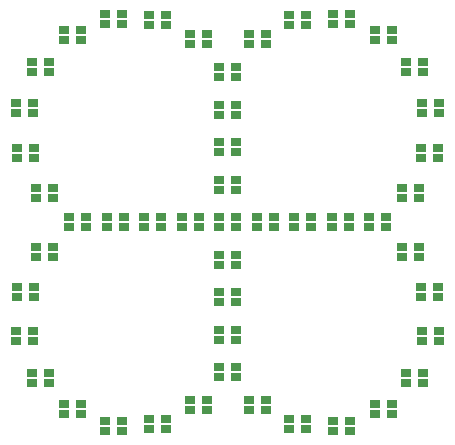
<source format=gbr>
G04 #@! TF.GenerationSoftware,KiCad,Pcbnew,5.0.2+dfsg1-1~bpo9+1*
G04 #@! TF.CreationDate,2019-04-08T01:26:03+03:00*
G04 #@! TF.ProjectId,kicad,6b696361-642e-46b6-9963-61645f706362,rev?*
G04 #@! TF.SameCoordinates,Original*
G04 #@! TF.FileFunction,Paste,Top*
G04 #@! TF.FilePolarity,Positive*
%FSLAX46Y46*%
G04 Gerber Fmt 4.6, Leading zero omitted, Abs format (unit mm)*
G04 Created by KiCad (PCBNEW 5.0.2+dfsg1-1~bpo9+1) date Mon 08 Apr 2019 01:26:03 AM MSK*
%MOMM*%
%LPD*%
G01*
G04 APERTURE LIST*
%ADD10R,0.850000X0.650000*%
G04 APERTURE END LIST*
D10*
G04 #@! TO.C,D1*
X127609000Y-102926000D03*
X127609000Y-103776000D03*
X126159000Y-103776000D03*
X126159000Y-102926000D03*
G04 #@! TD*
G04 #@! TO.C,D2*
X124434000Y-106101000D03*
X124434000Y-106951000D03*
X122984000Y-106951000D03*
X122984000Y-106101000D03*
G04 #@! TD*
G04 #@! TO.C,D3*
X121259000Y-102926000D03*
X121259000Y-103776000D03*
X119809000Y-103776000D03*
X119809000Y-102926000D03*
G04 #@! TD*
G04 #@! TO.C,D4*
X124434000Y-99751000D03*
X124434000Y-100601000D03*
X122984000Y-100601000D03*
X122984000Y-99751000D03*
G04 #@! TD*
G04 #@! TO.C,D5*
X130784000Y-102926000D03*
X130784000Y-103776000D03*
X129334000Y-103776000D03*
X129334000Y-102926000D03*
G04 #@! TD*
G04 #@! TO.C,D6*
X124434000Y-109276000D03*
X124434000Y-110126000D03*
X122984000Y-110126000D03*
X122984000Y-109276000D03*
G04 #@! TD*
G04 #@! TO.C,D7*
X118084000Y-102926000D03*
X118084000Y-103776000D03*
X116634000Y-103776000D03*
X116634000Y-102926000D03*
G04 #@! TD*
G04 #@! TO.C,D8*
X124434000Y-96576000D03*
X124434000Y-97426000D03*
X122984000Y-97426000D03*
X122984000Y-96576000D03*
G04 #@! TD*
G04 #@! TO.C,D9*
X133959000Y-102926000D03*
X133959000Y-103776000D03*
X132509000Y-103776000D03*
X132509000Y-102926000D03*
G04 #@! TD*
G04 #@! TO.C,D10*
X124434000Y-112450999D03*
X124434000Y-113300999D03*
X122984000Y-113300999D03*
X122984000Y-112450999D03*
G04 #@! TD*
G04 #@! TO.C,D11*
X114909000Y-102926000D03*
X114909000Y-103776000D03*
X113459000Y-103776000D03*
X113459000Y-102926000D03*
G04 #@! TD*
G04 #@! TO.C,D12*
X124434000Y-93401000D03*
X124434000Y-94251000D03*
X122984000Y-94251000D03*
X122984000Y-93401000D03*
G04 #@! TD*
G04 #@! TO.C,D13*
X137134000Y-102926000D03*
X137134000Y-103776000D03*
X135684000Y-103776000D03*
X135684000Y-102926000D03*
G04 #@! TD*
G04 #@! TO.C,D14*
X124434000Y-115626000D03*
X124434000Y-116476000D03*
X122984000Y-116476000D03*
X122984000Y-115626000D03*
G04 #@! TD*
G04 #@! TO.C,D15*
X111734000Y-102926000D03*
X111734000Y-103776000D03*
X110284000Y-103776000D03*
X110284000Y-102926000D03*
G04 #@! TD*
G04 #@! TO.C,D16*
X124434000Y-90226000D03*
X124434000Y-91076000D03*
X122984000Y-91076000D03*
X122984000Y-90226000D03*
G04 #@! TD*
G04 #@! TO.C,D17*
X139942852Y-105425666D03*
X139942852Y-106275666D03*
X138492852Y-106275666D03*
X138492852Y-105425666D03*
G04 #@! TD*
G04 #@! TO.C,D18*
X121934333Y-118434852D03*
X121934333Y-119284852D03*
X120484333Y-119284852D03*
X120484333Y-118434852D03*
G04 #@! TD*
G04 #@! TO.C,D19*
X108925147Y-100426333D03*
X108925147Y-101276333D03*
X107475147Y-101276333D03*
X107475147Y-100426333D03*
G04 #@! TD*
G04 #@! TO.C,D20*
X126933666Y-87417147D03*
X126933666Y-88267147D03*
X125483666Y-88267147D03*
X125483666Y-87417147D03*
G04 #@! TD*
G04 #@! TO.C,D21*
X141531919Y-108833431D03*
X141531919Y-109683431D03*
X140081919Y-109683431D03*
X140081919Y-108833431D03*
G04 #@! TD*
G04 #@! TO.C,D22*
X118526568Y-120023919D03*
X118526568Y-120873919D03*
X117076568Y-120873919D03*
X117076568Y-120023919D03*
G04 #@! TD*
G04 #@! TO.C,D23*
X107336080Y-97018568D03*
X107336080Y-97868568D03*
X105886080Y-97868568D03*
X105886080Y-97018568D03*
G04 #@! TD*
G04 #@! TO.C,D24*
X130341431Y-85828080D03*
X130341431Y-86678080D03*
X128891431Y-86678080D03*
X128891431Y-85828080D03*
G04 #@! TD*
G04 #@! TO.C,D25*
X141641279Y-112591892D03*
X141641279Y-113441892D03*
X140191279Y-113441892D03*
X140191279Y-112591892D03*
G04 #@! TD*
G04 #@! TO.C,D26*
X114768107Y-120133279D03*
X114768107Y-120983279D03*
X113318107Y-120983279D03*
X113318107Y-120133279D03*
G04 #@! TD*
G04 #@! TO.C,D27*
X107226720Y-93260107D03*
X107226720Y-94110107D03*
X105776720Y-94110107D03*
X105776720Y-93260107D03*
G04 #@! TD*
G04 #@! TO.C,D28*
X134099892Y-85718720D03*
X134099892Y-86568720D03*
X132649892Y-86568720D03*
X132649892Y-85718720D03*
G04 #@! TD*
G04 #@! TO.C,D29*
X140253045Y-116086287D03*
X140253045Y-116936287D03*
X138803045Y-116936287D03*
X138803045Y-116086287D03*
G04 #@! TD*
G04 #@! TO.C,D30*
X111273712Y-118745045D03*
X111273712Y-119595045D03*
X109823712Y-119595045D03*
X109823712Y-118745045D03*
G04 #@! TD*
G04 #@! TO.C,D31*
X108614954Y-89765712D03*
X108614954Y-90615712D03*
X107164954Y-90615712D03*
X107164954Y-89765712D03*
G04 #@! TD*
G04 #@! TO.C,D32*
X137594287Y-87106954D03*
X137594287Y-87956954D03*
X136144287Y-87956954D03*
X136144287Y-87106954D03*
G04 #@! TD*
G04 #@! TO.C,D33*
X137594287Y-118745045D03*
X137594287Y-119595045D03*
X136144287Y-119595045D03*
X136144287Y-118745045D03*
G04 #@! TD*
G04 #@! TO.C,D34*
X108614954Y-116086287D03*
X108614954Y-116936287D03*
X107164954Y-116936287D03*
X107164954Y-116086287D03*
G04 #@! TD*
G04 #@! TO.C,D35*
X111273712Y-87106954D03*
X111273712Y-87956954D03*
X109823712Y-87956954D03*
X109823712Y-87106954D03*
G04 #@! TD*
G04 #@! TO.C,D36*
X140253045Y-89765712D03*
X140253045Y-90615712D03*
X138803045Y-90615712D03*
X138803045Y-89765712D03*
G04 #@! TD*
G04 #@! TO.C,D37*
X134099892Y-120133279D03*
X134099892Y-120983279D03*
X132649892Y-120983279D03*
X132649892Y-120133279D03*
G04 #@! TD*
G04 #@! TO.C,D38*
X107226720Y-112591892D03*
X107226720Y-113441892D03*
X105776720Y-113441892D03*
X105776720Y-112591892D03*
G04 #@! TD*
G04 #@! TO.C,D39*
X114768107Y-85718720D03*
X114768107Y-86568720D03*
X113318107Y-86568720D03*
X113318107Y-85718720D03*
G04 #@! TD*
G04 #@! TO.C,D40*
X141641279Y-93260107D03*
X141641279Y-94110107D03*
X140191279Y-94110107D03*
X140191279Y-93260107D03*
G04 #@! TD*
G04 #@! TO.C,D41*
X130341431Y-120023919D03*
X130341431Y-120873919D03*
X128891431Y-120873919D03*
X128891431Y-120023919D03*
G04 #@! TD*
G04 #@! TO.C,D42*
X107336080Y-108833431D03*
X107336080Y-109683431D03*
X105886080Y-109683431D03*
X105886080Y-108833431D03*
G04 #@! TD*
G04 #@! TO.C,D43*
X118526568Y-85828080D03*
X118526568Y-86678080D03*
X117076568Y-86678080D03*
X117076568Y-85828080D03*
G04 #@! TD*
G04 #@! TO.C,D44*
X141531919Y-97018568D03*
X141531919Y-97868568D03*
X140081919Y-97868568D03*
X140081919Y-97018568D03*
G04 #@! TD*
G04 #@! TO.C,D45*
X126933666Y-118434852D03*
X126933666Y-119284852D03*
X125483666Y-119284852D03*
X125483666Y-118434852D03*
G04 #@! TD*
G04 #@! TO.C,D46*
X108925147Y-105425666D03*
X108925147Y-106275666D03*
X107475147Y-106275666D03*
X107475147Y-105425666D03*
G04 #@! TD*
G04 #@! TO.C,D47*
X121934333Y-87417147D03*
X121934333Y-88267147D03*
X120484333Y-88267147D03*
X120484333Y-87417147D03*
G04 #@! TD*
G04 #@! TO.C,D48*
X139942852Y-100426333D03*
X139942852Y-101276333D03*
X138492852Y-101276333D03*
X138492852Y-100426333D03*
G04 #@! TD*
G04 #@! TO.C,D49*
X124434000Y-102926000D03*
X124434000Y-103776000D03*
X122984000Y-103776000D03*
X122984000Y-102926000D03*
G04 #@! TD*
M02*

</source>
